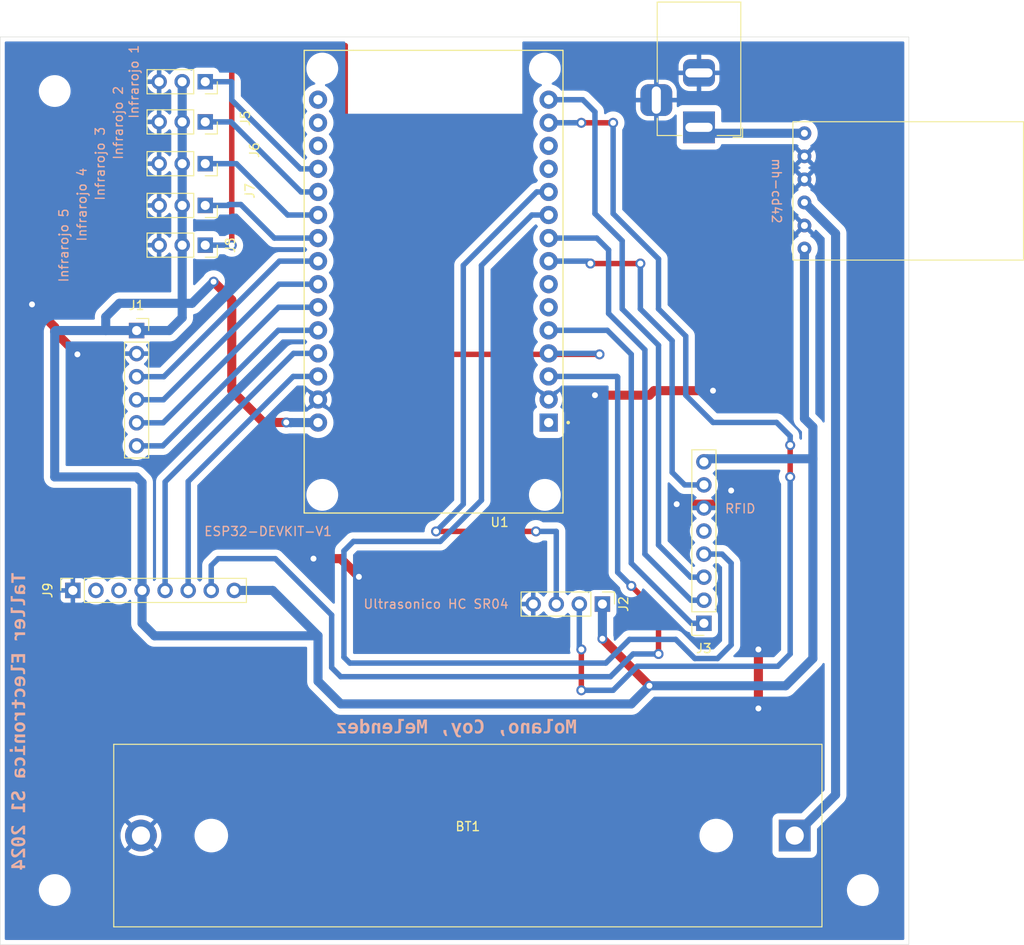
<source format=kicad_pcb>
(kicad_pcb (version 20240108) (generator "pcbnew") (generator_version "8.0")
  (layers (0 "F.Cu" signal) (31 "B.Cu" signal) (34 "B.Paste" user) (35 "F.Paste" user) (36 "B.SilkS" user "B.Silkscreen") (37 "F.SilkS" user "F.Silkscreen") (38 "B.Mask" user) (39 "F.Mask" user) (44 "Edge.Cuts" user))
  (net 0 "")
  (net 1 "GND")
  (net 2 "+BATT")
  (net 3 "+5V")
  (net 4 "/IN2")
  (net 5 "/IN1")
  (net 6 "/IN3")
  (net 7 "/IN4")
  (net 8 "/ECCO")
  (net 9 "/TRIGGER")
  (net 10 "/SDA")
  (net 11 "/RESET")
  (net 13 "/MISO")
  (net 14 "/SCK")
  (net 15 "/MOSI")
  (net 16 "/i PWM 1")
  (net 17 "/i PWM 3")
  (net 18 "/i PWM 2")
  (net 19 "/i PWM 5")
  (net 20 "/i PWM 4")
  (net 22 "/OUT")
  (net 23 "/S2")
  (net 25 "/S3")
  (net 26 "VDC")
  (footprint "Connector_PinSocket_2.54mm:PinSocket_1x03_P2.54mm_Vertical" (layer "F.Cu") (at 91.08 50.4 -90)
    (property "Reference" "J5" (at -0.4 -4.42 90) (layer "F.SilkS"))
    (property "Value" "Infrarojo 2" (at 0.1 9.58 90) (layer "B.SilkS"))
    (fp_line (start -1.33 6.41) (end 1.33 6.41) (stroke (width 0.12)) (layer "F.SilkS"))
    (fp_line (start -1.33 1.27) (end -1.33 6.41) (stroke (width 0.12)) (layer "F.SilkS"))
    (fp_line (start -1.33 1.27) (end 1.33 1.27) (stroke (width 0.12)) (layer "F.SilkS"))
    (fp_line (start 1.33 1.27) (end 1.33 6.41) (stroke (width 0.12)) (layer "F.SilkS"))
    (fp_line (start 0 -1.33) (end 1.33 -1.33) (stroke (width 0.12)) (layer "F.SilkS"))
    (fp_line (start 1.33 -1.33) (end 1.33 0) (stroke (width 0.12)) (layer "F.SilkS"))
    (pad "1" thru_hole rect (at 0 0 270) (size 1.7 1.7) (drill 1) (layers "*.Cu" "*.Mask") (net 17 "/i PWM 3"))
    (pad "2" thru_hole oval (at 0 2.54 270) (size 1.7 1.7) (drill 1) (layers "*.Cu" "*.Mask") (net 3 "+5V"))
    (pad "3" thru_hole oval (at 0 5.08 270) (size 1.7 1.7) (drill 1) (layers "*.Cu" "*.Mask") (net 1 "GND"))
  )
  (footprint "Connector_PinSocket_2.54mm:PinSocket_1x03_P2.54mm_Vertical" (layer "F.Cu") (at 91.08 45.975 -90)
    (property "Reference" "J4" (hide yes))
    (property "Value" "Infrarojo 1" (at 0 7.85 90) (layer "B.SilkS"))
    (fp_line (start -1.33 6.41) (end 1.33 6.41) (stroke (width 0.12)) (layer "F.SilkS"))
    (fp_line (start -1.33 1.27) (end -1.33 6.41) (stroke (width 0.12)) (layer "F.SilkS"))
    (fp_line (start -1.33 1.27) (end 1.33 1.27) (stroke (width 0.12)) (layer "F.SilkS"))
    (fp_line (start 1.33 1.27) (end 1.33 6.41) (stroke (width 0.12)) (layer "F.SilkS"))
    (fp_line (start 0 -1.33) (end 1.33 -1.33) (stroke (width 0.12)) (layer "F.SilkS"))
    (fp_line (start 1.33 -1.33) (end 1.33 0) (stroke (width 0.12)) (layer "F.SilkS"))
    (pad "1" thru_hole rect (at 0 0 270) (size 1.7 1.7) (drill 1) (layers "*.Cu" "*.Mask") (net 16 "/i PWM 1"))
    (pad "2" thru_hole oval (at 0 2.54 270) (size 1.7 1.7) (drill 1) (layers "*.Cu" "*.Mask") (net 3 "+5V"))
    (pad "3" thru_hole oval (at 0 5.08 270) (size 1.7 1.7) (drill 1) (layers "*.Cu" "*.Mask") (net 1 "GND"))
  )
  (footprint "MH-CD42:mh-cd42" (layer "F.Cu") (at 168.5 58 -90)
    (property "Reference" "U2" (hide yes))
    (property "Value" "mh-cd42" (at 0 14.5 -90) (layer "B.SilkS"))
    (fp_rect (start -7.62 -12.7) (end 7.62 12.7) (stroke (width 0.12)) (fill none) (layer "F.SilkS"))
    (pad "1" thru_hole circle (at -6.35 11.43 270) (size 1.524 1.524) (drill 0.762) (layers "*.Cu" "*.Mask") (net 26 "VDC"))
    (pad "2" thru_hole circle (at -3.81 11.43 270) (size 1.524 1.524) (drill 0.762) (layers "*.Cu" "*.Mask") (net 1 "GND"))
    (pad "3" thru_hole circle (at -1.27 11.43 270) (size 1.524 1.524) (drill 0.762) (layers "*.Cu" "*.Mask") (net 1 "GND"))
    (pad "4" thru_hole circle (at 1.27 11.43 270) (size 1.524 1.524) (drill 0.762) (layers "*.Cu" "*.Mask") (net 2 "+BATT"))
    (pad "5" thru_hole circle (at 3.81 11.43 270) (size 1.524 1.524) (drill 0.762) (layers "*.Cu" "*.Mask") (net 1 "GND"))
    (pad "6" thru_hole circle (at 6.35 11.43 270) (size 1.524 1.524) (drill 0.762) (layers "*.Cu" "*.Mask") (net 3 "+5V"))
  )
  (footprint "MountingHole:MountingHole_3mm" (layer "F.Cu") (at 74.5 135)
    (property "Reference" "REF**" (hide yes))
    (property "Value" "MountingHole_3mm" (hide yes))
    (pad "" np_thru_hole circle (at 0 0) (size 3 3) (drill 3) (layers "*.Cu" "*.Mask"))
  )
  (footprint "Connector_PinSocket_2.54mm:PinSocket_1x03_P2.54mm_Vertical" (layer "F.Cu") (at 91.08 55 -90)
    (property "Reference" "J6" (at -1.5 -5.42 90) (layer "F.SilkS"))
    (property "Value" "Infrarojo 3" (at 0 11.58 90) (layer "B.SilkS"))
    (fp_line (start -1.33 6.41) (end 1.33 6.41) (stroke (width 0.12)) (layer "F.SilkS"))
    (fp_line (start -1.33 1.27) (end -1.33 6.41) (stroke (width 0.12)) (layer "F.SilkS"))
    (fp_line (start -1.33 1.27) (end 1.33 1.27) (stroke (width 0.12)) (layer "F.SilkS"))
    (fp_line (start 1.33 1.27) (end 1.33 6.41) (stroke (width 0.12)) (layer "F.SilkS"))
    (fp_line (start 0 -1.33) (end 1.33 -1.33) (stroke (width 0.12)) (layer "F.SilkS"))
    (fp_line (start 1.33 -1.33) (end 1.33 0) (stroke (width 0.12)) (layer "F.SilkS"))
    (pad "1" thru_hole rect (at 0 0 270) (size 1.7 1.7) (drill 1) (layers "*.Cu" "*.Mask") (net 18 "/i PWM 2"))
    (pad "2" thru_hole oval (at 0 2.54 270) (size 1.7 1.7) (drill 1) (layers "*.Cu" "*.Mask") (net 3 "+5V"))
    (pad "3" thru_hole oval (at 0 5.08 270) (size 1.7 1.7) (drill 1) (layers "*.Cu" "*.Mask") (net 1 "GND"))
  )
  (footprint "Connector_PinSocket_2.54mm:PinSocket_1x03_P2.54mm_Vertical" (layer "F.Cu") (at 91.08 59.6 -90)
    (property "Reference" "J7" (at -1.6 -4.92 90) (layer "F.SilkS"))
    (property "Value" "Infrarojo 4" (at -0.1 13.58 90) (layer "B.SilkS"))
    (fp_line (start -1.33 6.41) (end 1.33 6.41) (stroke (width 0.12)) (layer "F.SilkS"))
    (fp_line (start -1.33 1.27) (end -1.33 6.41) (stroke (width 0.12)) (layer "F.SilkS"))
    (fp_line (start -1.33 1.27) (end 1.33 1.27) (stroke (width 0.12)) (layer "F.SilkS"))
    (fp_line (start 1.33 1.27) (end 1.33 6.41) (stroke (width 0.12)) (layer "F.SilkS"))
    (fp_line (start 0 -1.33) (end 1.33 -1.33) (stroke (width 0.12)) (layer "F.SilkS"))
    (fp_line (start 1.33 -1.33) (end 1.33 0) (stroke (width 0.12)) (layer "F.SilkS"))
    (pad "1" thru_hole rect (at 0 0 270) (size 1.7 1.7) (drill 1) (layers "*.Cu" "*.Mask") (net 19 "/i PWM 5"))
    (pad "2" thru_hole oval (at 0 2.54 270) (size 1.7 1.7) (drill 1) (layers "*.Cu" "*.Mask") (net 3 "+5V"))
    (pad "3" thru_hole oval (at 0 5.08 270) (size 1.7 1.7) (drill 1) (layers "*.Cu" "*.Mask") (net 1 "GND"))
  )
  (footprint "Connector_BarrelJack:BarrelJack_Horizontal" (layer "F.Cu") (at 145.4575 51 -90)
    (property "Reference" "J14" (hide yes))
    (property "Value" "Barrel_Jack_Switch")
    (fp_line (start -13.8 4.6) (end -13.8 -4.6) (stroke (width 0.12)) (layer "F.SilkS"))
    (fp_line (start -5 4.6) (end -13.8 4.6) (stroke (width 0.12)) (layer "F.SilkS"))
    (fp_line (start 0.9 4.6) (end -1 4.6) (stroke (width 0.12)) (layer "F.SilkS"))
    (fp_line (start 0.9 1.9) (end 0.9 4.6) (stroke (width 0.12)) (layer "F.SilkS"))
    (fp_line (start 1.1 -3.75) (end 1.1 -4.8) (stroke (width 0.12)) (layer "F.SilkS"))
    (fp_line (start -13.8 -4.6) (end 0.9 -4.6) (stroke (width 0.12)) (layer "F.SilkS"))
    (fp_line (start 0.9 -4.6) (end 0.9 -2) (stroke (width 0.12)) (layer "F.SilkS"))
    (fp_line (start 0.05 -4.8) (end 1.1 -4.8) (stroke (width 0.12)) (layer "F.SilkS"))
    (pad "1" thru_hole rect (at 0 0 270) (size 3.5 3.5) (drill oval 1 3) (layers "*.Cu" "*.Mask") (net 26 "VDC"))
    (pad "2" thru_hole roundrect (at -6 0 270) (size 3 3.5) (drill oval 1 3) (layers "*.Cu" "*.Mask") (net 1 "GND"))
    (pad "3" thru_hole roundrect (at -3 4.7 270) (size 3.5 3.5) (drill oval 3 1) (layers "*.Cu" "*.Mask") (net 1 "GND"))
  )
  (footprint "Connector_PinSocket_2.54mm:PinSocket_1x08_P2.54mm_Vertical" (layer "F.Cu") (at 146 105.62 180)
    (property "Reference" "J3" (at 0 -2.77 180) (layer "F.SilkS"))
    (property "Value" "RFID" (at -4 12.62 180) (layer "B.SilkS"))
    (fp_line (start 1.33 1.27) (end 1.33 19.11) (stroke (width 0.12)) (layer "F.SilkS"))
    (fp_line (start 1.33 -1.33) (end 1.33 0) (stroke (width 0.12)) (layer "F.SilkS"))
    (fp_line (start 0 -1.33) (end 1.33 -1.33) (stroke (width 0.12)) (layer "F.SilkS"))
    (fp_line (start -1.33 19.11) (end 1.33 19.11) (stroke (width 0.12)) (layer "F.SilkS"))
    (fp_line (start -1.33 1.27) (end 1.33 1.27) (stroke (width 0.12)) (layer "F.SilkS"))
    (fp_line (start -1.33 1.27) (end -1.33 19.11) (stroke (width 0.12)) (layer "F.SilkS"))
    (pad "1" thru_hole rect (at 0 0 180) (size 1.7 1.7) (drill 1) (layers "*.Cu" "*.Mask") (net 10 "/SDA"))
    (pad "2" thru_hole oval (at 0 2.54 180) (size 1.7 1.7) (drill 1) (layers "*.Cu" "*.Mask") (net 14 "/SCK"))
    (pad "3" thru_hole oval (at 0 5.08 180) (size 1.7 1.7) (drill 1) (layers "*.Cu" "*.Mask") (net 15 "/MOSI"))
    (pad "4" thru_hole oval (at 0 7.62 180) (size 1.7 1.7) (drill 1) (layers "*.Cu" "*.Mask") (net 13 "/MISO"))
    (pad "5" thru_hole oval (at 0 10.16 180) (size 1.7 1.7) (drill 1) (layers "*.Cu" "*.Mask"))
    (pad "6" thru_hole oval (at 0 12.7 180) (size 1.7 1.7) (drill 1) (layers "*.Cu" "*.Mask") (net 1 "GND"))
    (pad "7" thru_hole oval (at 0 15.24 180) (size 1.7 1.7) (drill 1) (layers "*.Cu" "*.Mask") (net 11 "/RESET"))
    (pad "8" thru_hole oval (at 0 17.78 180) (size 1.7 1.7) (drill 1) (layers "*.Cu" "*.Mask") (net 3 "+5V"))
  )
  (footprint "Connector_PinHeader_2.54mm:PinHeader_1x04_P2.54mm_Vertical" (layer "F.Cu") (at 134.82 103.5 -90)
    (property "Reference" "J2" (at 0 -2.33 90) (layer "F.SilkS"))
    (property "Value" "Ultrasonico HC SR04" (at 0 18.32 180) (layer "B.SilkS"))
    (fp_line (start -1.33 8.95) (end 1.33 8.95) (stroke (width 0.12)) (layer "F.SilkS"))
    (fp_line (start -1.33 1.27) (end -1.33 8.95) (stroke (width 0.12)) (layer "F.SilkS"))
    (fp_line (start -1.33 1.27) (end 1.33 1.27) (stroke (width 0.12)) (layer "F.SilkS"))
    (fp_line (start 1.33 1.27) (end 1.33 8.95) (stroke (width 0.12)) (layer "F.SilkS"))
    (fp_line (start -1.33 0) (end -1.33 -1.33) (stroke (width 0.12)) (layer "F.SilkS"))
    (fp_line (start -1.33 -1.33) (end 0 -1.33) (stroke (width 0.12)) (layer "F.SilkS"))
    (pad "1" thru_hole rect (at 0 0 270) (size 1.7 1.7) (drill 1) (layers "*.Cu" "*.Mask") (net 3 "+5V"))
    (pad "2" thru_hole oval (at 0 2.54 270) (size 1.7 1.7) (drill 1) (layers "*.Cu" "*.Mask") (net 9 "/TRIGGER"))
    (pad "3" thru_hole oval (at 0 5.08 270) (size 1.7 1.7) (drill 1) (layers "*.Cu" "*.Mask") (net 8 "/ECCO"))
    (pad "4" thru_hole oval (at 0 7.62 270) (size 1.7 1.7) (drill 1) (layers "*.Cu" "*.Mask") (net 1 "GND"))
  )
  (footprint "Connector_PinSocket_2.54mm:PinSocket_1x03_P2.54mm_Vertical" (layer "F.Cu") (at 91.08 63.975 -90)
    (property "Reference" "J8" (at 0 -2.77 90) (layer "F.SilkS"))
    (property "Value" "Infrarojo 5" (at 0.025 15.58 90) (layer "B.SilkS"))
    (fp_line (start -1.33 6.41) (end 1.33 6.41) (stroke (width 0.12)) (layer "F.SilkS"))
    (fp_line (start -1.33 1.27) (end -1.33 6.41) (stroke (width 0.12)) (layer "F.SilkS"))
    (fp_line (start -1.33 1.27) (end 1.33 1.27) (stroke (width 0.12)) (layer "F.SilkS"))
    (fp_line (start 1.33 1.27) (end 1.33 6.41) (stroke (width 0.12)) (layer "F.SilkS"))
    (fp_line (start 0 -1.33) (end 1.33 -1.33) (stroke (width 0.12)) (layer "F.SilkS"))
    (fp_line (start 1.33 -1.33) (end 1.33 0) (stroke (width 0.12)) (layer "F.SilkS"))
    (pad "1" thru_hole rect (at 0 0 270) (size 1.7 1.7) (drill 1) (layers "*.Cu" "*.Mask") (net 20 "/i PWM 4"))
    (pad "2" thru_hole oval (at 0 2.54 270) (size 1.7 1.7) (drill 1) (layers "*.Cu" "*.Mask") (net 3 "+5V"))
    (pad "3" thru_hole oval (at 0 5.08 270) (size 1.7 1.7) (drill 1) (layers "*.Cu" "*.Mask") (net 1 "GND"))
  )
  (footprint "ESP32 Wroom:MODULE_ESP32_DEVKIT_V1" (layer "F.Cu") (at 116.2 68 180)
    (property "Reference" "U1" (at -7.3 -26.5 180) (layer "F.SilkS"))
    (property "Value" "ESP32-DEVKIT-V1" (at 18.2 -27.5 180) (layer "B.SilkS"))
    (fp_line (start 14.23 25.475) (end -14.28 25.475) (stroke (width 0.127)) (layer "F.SilkS"))
    (fp_line (start 14.23 -25.475) (end 14.23 25.475) (stroke (width 0.127)) (layer "F.SilkS"))
    (fp_line (start 14.23 -25.475) (end 14.23 25.475) (stroke (width 0.127)) (layer "F.SilkS"))
    (fp_line (start 8.78 25.475) (end 14.23 25.475) (stroke (width 0.127)) (layer "F.SilkS"))
    (fp_line (start 3.5 -25.475) (end 14.23 -25.475) (stroke (width 0.127)) (layer "F.SilkS"))
    (fp_line (start -3.211 -25.475) (end 3.5 -25.475) (stroke (width 0.127)) (layer "F.SilkS"))
    (fp_line (start -8.91 25.475) (end 8.78 25.475) (stroke (width 0.127)) (layer "F.SilkS"))
    (fp_line (start -14.28 25.475) (end -8.91 25.475) (stroke (width 0.127)) (layer "F.SilkS"))
    (fp_line (start -14.28 25.475) (end -14.28 -25.475) (stroke (width 0.127)) (layer "F.SilkS"))
    (fp_line (start -14.28 25.475) (end -14.28 -25.475) (stroke (width 0.127)) (layer "F.SilkS"))
    (fp_line (start -14.28 -25.475) (end 14.23 -25.475) (stroke (width 0.127)) (layer "F.SilkS"))
    (fp_line (start -14.28 -25.475) (end -3.211 -25.475) (stroke (width 0.127)) (layer "F.SilkS"))
    (fp_circle (center -14.85 -15.515) (end -14.75 -15.515) (stroke (width 0.2)) (fill none) (layer "F.SilkS"))
    (pad "" np_thru_hole circle (at -12.28 -23.475 180) (size 3 3) (drill 3) (layers "*.Cu" "*.Mask"))
    (pad "" np_thru_hole circle (at -12.28 23.475 180) (size 3 3) (drill 3) (layers "*.Cu" "*.Mask"))
    (pad "" np_thru_hole circle (at 12.23 -23.475 180) (size 3 3) (drill 3) (layers "*.Cu" "*.Mask"))
    (pad "" np_thru_hole circle (at 12.23 23.475 180) (size 3 3) (drill 3) (layers "*.Cu" "*.Mask"))
    (pad "1" thru_hole rect (at -12.7 -15.515 180) (size 2 2) (drill 1.02) (layers "*.Cu" "*.Mask"))
    (pad "2" thru_hole circle (at -12.7 -12.975 180) (size 2 2) (drill 1.02) (layers "*.Cu" "*.Mask") (net 1 "GND"))
    (pad "3" thru_hole circle (at -12.7 -10.435 180) (size 2 2) (drill 1.02) (layers "*.Cu" "*.Mask") (net 22 "/OUT"))
    (pad "4" thru_hole circle (at -12.7 -7.895 180) (size 2 2) (drill 1.02) (layers "*.Cu" "*.Mask") (net 20 "/i PWM 4"))
    (pad "5" thru_hole circle (at -12.7 -5.355 180) (size 2 2) (drill 1.02) (layers "*.Cu" "*.Mask") (net 10 "/SDA"))
    (pad "6" thru_hole circle (at -12.7 -2.815 180) (size 2 2) (drill 1.02) (layers "*.Cu" "*.Mask"))
    (pad "7" thru_hole circle (at -12.7 -0.275 180) (size 2 2) (drill 1.02) (layers "*.Cu" "*.Mask"))
    (pad "8" thru_hole circle (at -12.7 2.265 180) (size 2 2) (drill 1.02) (layers "*.Cu" "*.Mask") (net 11 "/RESET"))
    (pad "9" thru_hole circle (at -12.7 4.805 180) (size 2 2) (drill 1.02) (layers "*.Cu" "*.Mask") (net 14 "/SCK"))
    (pad "10" thru_hole circle (at -12.7 7.345 180) (size 2 2) (drill 1.02) (layers "*.Cu" "*.Mask") (net 13 "/MISO"))
    (pad "11" thru_hole circle (at -12.7 9.885 180) (size 2 2) (drill 1.02) (layers "*.Cu" "*.Mask") (net 8 "/ECCO"))
    (pad "12" thru_hole circle (at -12.7 12.425 180) (size 2 2) (drill 1.02) (layers "*.Cu" "*.Mask"))
    (pad "13" thru_hole circle (at -12.7 14.965 180) (size 2 2) (drill 1.02) (layers "*.Cu" "*.Mask"))
    (pad "14" thru_hole circle (at -12.7 17.505 180) (size 2 2) (drill 1.02) (layers "*.Cu" "*.Mask") (net 9 "/TRIGGER"))
    (pad "15" thru_hole circle (at -12.7 20.045 180) (size 2 2) (drill 1.02) (layers "*.Cu" "*.Mask") (net 15 "/MOSI"))
    (pad "16" thru_hole circle (at 12.7 20.045 180) (size 2 2) (drill 1.02) (layers "*.Cu" "*.Mask"))
    (pad "17" thru_hole circle (at 12.7 17.505 180) (size 2 2) (drill 1.02) (layers "*.Cu" "*.Mask"))
    (pad "18" thru_hole circle (at 12.7 14.965 180) (size 2 2) (drill 1.02) (layers "*.Cu" "*.Mask"))
    (pad "19" thru_hole circle (at 12.7 12.425 180) (size 2 2) (drill 1.02) (layers "*.Cu" "*.Mask") (net 16 "/i PWM 1"))
    (pad "20" thru_hole circle (at 12.7 9.885 180) (size 2 2) (drill 1.02) (layers "*.Cu" "*.Mask") (net 17 "/i PWM 3"))
    (pad "21" thru_hole circle (at 12.7 7.345 180) (size 2 2) (drill 1.02) (layers "*.Cu" "*.Mask") (net 18 "/i PWM 2"))
    (pad "22" thru_hole circle (at 12.7 4.805 180) (size 2 2) (drill 1.02) (layers "*.Cu" "*.Mask") (net 19 "/i PWM 5"))
    (pad "23" thru_hole circle (at 12.7 2.265 180) (size 2 2) (drill 1.02) (layers "*.Cu" "*.Mask") (net 5 "/IN1"))
    (pad "24" thru_hole circle (at 12.7 -0.275 180) (size 2 2) (drill 1.02) (layers "*.Cu" "*.Mask") (net 4 "/IN2"))
    (pad "25" thru_hole circle (at 12.7 -2.815 180) (size 2 2) (drill 1.02) (layers "*.Cu" "*.Mask") (net 6 "/IN3"))
    (pad "26" thru_hole circle (at 12.7 -5.355 180) (size 2 2) (drill 1.02) (layers "*.Cu" "*.Mask") (net 7 "/IN4"))
    (pad "27" thru_hole circle (at 12.7 -7.895 180) (size 2 2) (drill 1.02) (layers "*.Cu" "*.Mask") (net 25 "/S3"))
    (pad "28" thru_hole circle (at 12.7 -10.435 180) (size 2 2) (drill 1.02) (layers "*.Cu" "*.Mask") (net 23 "/S2"))
    (pad "29" thru_hole circle (at 12.7 -12.975 180) (size 2 2) (drill 1.02) (layers "*.Cu" "*.Mask") (net 1 "GND"))
    (pad "30" thru_hole circle (at 12.7 -15.515 180) (size 2 2) (drill 1.02) (layers "*.Cu" "*.Mask") (net 3 "+5V"))
    (zone (net 0) (net_name "") (layer "B.Cu") (connect_pads (clearance 0)) (min_thickness 0.01)
      (keepout (tracks not_allowed) (vias not_allowed) (pads not_allowed) (copperpour not_allowed) (footprints allowed))
      (fill (thermal_gap 0.508) (thermal_bridge_width 0.508))
      (polygon (pts (xy 125.11 49.015) (xy 107.42 49.015) (xy 107.42 42.525) (xy 125.11 42.525)))
    )
  )
  (footprint "Battery:BatteryHolder_MPD_BH-18650-PC2" (layer "F.Cu") (at 156 129 180)
    (property "Reference" "BT1" (at 36 1 180) (layer "F.SilkS"))
    (property "Value" "Battery")
    (fp_line (start 75 10.05) (end -3 10.05) (stroke (width 0.12)) (layer "F.SilkS"))
    (fp_line (start 75 -10.05) (end 75 10.05) (stroke (width 0.12)) (layer "F.SilkS"))
    (fp_line (start -3 10.05) (end -3 -10.05) (stroke (width 0.12)) (layer "F.SilkS"))
    (fp_line (start -3 -10.05) (end 75 -10.05) (stroke (width 0.12)) (layer "F.SilkS"))
    (pad "" np_thru_hole circle (at 8.645 0 180) (size 3.2 3.2) (drill 3.2) (layers "*.Cu" "*.Mask"))
    (pad "" np_thru_hole circle (at 64.255 0 180) (size 3.2 3.2) (drill 3.2) (layers "*.Cu" "*.Mask"))
    (pad "1" thru_hole rect (at 0 0 180) (size 3.5 3.5) (drill 2) (layers "*.Cu" "*.Mask") (net 2 "+BATT"))
    (pad "2" thru_hole circle (at 72 0 180) (size 3.5 3.5) (drill 2) (layers "*.Cu" "*.Mask") (net 1 "GND"))
  )
  (footprint "MountingHole:MountingHole_3mm" (layer "F.Cu") (at 74.5 47)
    (property "Reference" "Organizebot" (hide yes))
    (property "Value" "MountingHole_3mm" (hide yes))
    (pad "" np_thru_hole circle (at 0 0) (size 3 3) (drill 3) (layers "*.Cu" "*.Mask"))
  )
  (footprint "MountingHole:MountingHole_3mm" (layer "F.Cu") (at 163.5 135)
    (property "Reference" "REF**" (hide yes))
    (property "Value" "MountingHole_3mm" (hide yes))
    (pad "" np_thru_hole circle (at 0 0) (size 3 3) (drill 3) (layers "*.Cu" "*.Mask"))
  )
  (footprint "Connector_PinSocket_2.54mm:PinSocket_1x08_P2.54mm_Vertical" (layer "F.Cu") (at 76.5 102 90)
    (property "Reference" "J9" (at 0 -2.77 -90) (layer "F.SilkS"))
    (property "Value" "COLOR TCS230")
    (fp_line (start 1.33 -1.33) (end 1.33 0) (stroke (width 0.12)) (layer "F.SilkS"))
    (fp_line (start 0 -1.33) (end 1.33 -1.33) (stroke (width 0.12)) (layer "F.SilkS"))
    (fp_line (start 1.33 1.27) (end 1.33 19.11) (stroke (width 0.12)) (layer "F.SilkS"))
    (fp_line (start -1.33 1.27) (end 1.33 1.27) (stroke (width 0.12)) (layer "F.SilkS"))
    (fp_line (start -1.33 1.27) (end -1.33 19.11) (stroke (width 0.12)) (layer "F.SilkS"))
    (fp_line (start -1.33 19.11) (end 1.33 19.11) (stroke (width 0.12)) (layer "F.SilkS"))
    (pad "1" thru_hole rect (at 0 0 90) (size 1.7 1.7) (drill 1) (layers "*.Cu" "*.Mask") (net 1 "GND"))
    (pad "2" thru_hole oval (at 0 2.54 90) (size 1.7 1.7) (drill 1) (layers "*.Cu" "*.Mask"))
    (pad "3" thru_hole oval (at 0 5.08 90) (size 1.7 1.7) (drill 1) (layers "*.Cu" "*.Mask"))
    (pad "4" thru_hole oval (at 0 7.62 90) (size 1.7 1.7) (drill 1) (layers "*.Cu" "*.Mask") (net 3 "+5V"))
    (pad "5" thru_hole oval (at 0 10.16 90) (size 1.7 1.7) (drill 1) (layers "*.Cu" "*.Mask") (net 25 "/S3"))
    (pad "6" thru_hole oval (at 0 12.7 90) (size 1.7 1.7) (drill 1) (layers "*.Cu" "*.Mask") (net 23 "/S2"))
    (pad "7" thru_hole oval (at 0 15.24 90) (size 1.7 1.7) (drill 1) (layers "*.Cu" "*.Mask") (net 22 "/OUT"))
    (pad "8" thru_hole oval (at 0 17.78 90) (size 1.7 1.7) (drill 1) (layers "*.Cu" "*.Mask") (net 3 "+5V"))
  )
  (footprint "Connector_PinSocket_2.54mm:PinSocket_1x06_P2.54mm_Vertical" (layer "F.Cu") (at 83.52 73.38)
    (property "Reference" "J1" (at 0 -2.77 0) (layer "F.SilkS"))
    (property "Value" "Control Motor" (hide yes))
    (fp_line (start -1.33 1.27) (end -1.33 14.03) (stroke (width 0.12)) (layer "F.SilkS"))
    (fp_line (start -1.33 1.27) (end 1.33 1.27) (stroke (width 0.12)) (layer "F.SilkS"))
    (fp_line (start -1.33 14.03) (end 1.33 14.03) (stroke (width 0.12)) (layer "F.SilkS"))
    (fp_line (start 0 -1.33) (end 1.33 -1.33) (stroke (width 0.12)) (layer "F.SilkS"))
    (fp_line (start 1.33 -1.33) (end 1.33 0) (stroke (width 0.12)) (layer "F.SilkS"))
    (fp_line (start 1.33 1.27) (end 1.33 14.03) (stroke (width 0.12)) (layer "F.SilkS"))
    (pad "1" thru_hole rect (at 0 0) (size 1.7 1.7) (drill 1) (layers "*.Cu" "*.Mask") (net 3 "+5V"))
    (pad "2" thru_hole oval (at 0 2.54) (size 1.7 1.7) (drill 1) (layers "*.Cu" "*.Mask") (net 1 "GND"))
    (pad "3" thru_hole oval (at 0 5.08) (size 1.7 1.7) (drill 1) (layers "*.Cu" "*.Mask") (net 5 "/IN1"))
    (pad "4" thru_hole oval (at 0 7.62) (size 1.7 1.7) (drill 1) (layers "*.Cu" "*.Mask") (net 4 "/IN2"))
    (pad "5" thru_hole oval (at 0 10.16) (size 1.7 1.7) (drill 1) (layers "*.Cu" "*.Mask") (net 6 "/IN3"))
    (pad "6" thru_hole oval (at 0 12.7) (size 1.7 1.7) (drill 1) (layers "*.Cu" "*.Mask") (net 7 "/IN4"))
  )
  (gr_rect (start 68.5 41.0425) (end 168.57 141) (stroke (width 0.05)) (fill none) (layer "Edge.Cuts"))
  (gr_text "Molano, Coy, Melendez" (at 132 118 0) (layer "B.SilkS") (effects (font (size 1.5 1.5) (thickness 0.3) (bold yes)) (justify left bottom mirror)))
  (gr_text "Taller Electronica S1 2024" (at 71.5 100 90) (layer "B.SilkS") (effects (font (size 1.5 1.5) (thickness 0.3) (bold yes)) (justify left bottom mirror)))
  (segment (start 74.5 73.5) (end 74.5 73) (width 1) (layer "F.Cu") (net 1))
  (segment (start 149 91) (end 147.5 92.5) (width 1) (layer "F.Cu") (net 1))
  (segment (start 108 100.5) (end 106 98.5) (width 1) (layer "F.Cu") (net 1))
  (segment (start 140.5 80) (end 140 80.5) (width 1) (layer "F.Cu") (net 1))
  (segment (start 77 76) (end 74.5 73.5) (width 1) (layer "F.Cu") (net 1))
  (segment (start 74.5 73) (end 72 70.5) (width 1) (layer "F.Cu") (net 1))
  (segment (start 140 80.5) (end 134 80.5) (width 1) (layer "F.Cu") (net 1))
  (segment (start 152 108.5) (end 152 115) (width 1) (layer "F.Cu") (net 1))
  (segment (start 106 98.5) (end 103 98.5) (width 1) (layer "F.Cu") (net 1))
  (segment (start 147 80) (end 140.5 80) (width 1) (layer "F.Cu") (net 1))
  (segment (start 147.5 92.5) (end 143 92.5) (width 1) (layer "F.Cu") (net 1))
  (via (at 143 92.5) (size 1.1) (drill 0.65) (layers "F.Cu" "B.Cu") (net 1))
  (via (at 103 98.5) (size 1.1) (drill 0.65) (layers "F.Cu" "B.Cu") (net 1))
  (via (at 134 80.5) (size 1.1) (drill 0.65) (layers "F.Cu" "B.Cu") (net 1))
  (via (at 72 70.5) (size 1.1) (drill 0.65) (layers "F.Cu" "B.Cu") (net 1))
  (via (at 108 100.5) (size 1.1) (drill 0.65) (layers "F.Cu" "B.Cu") (net 1))
  (via (at 77 76) (size 1.1) (drill 0.65) (layers "F.Cu" "B.Cu") (net 1))
  (via (at 152 115) (size 1.1) (drill 0.65) (layers "F.Cu" "B.Cu") (net 1))
  (via (at 147 80) (size 1.1) (drill 0.65) (layers "F.Cu" "B.Cu") (net 1))
  (via (at 149 91) (size 1.1) (drill 0.65) (layers "F.Cu" "B.Cu") (net 1))
  (via (at 152 108.5) (size 1.1) (drill 0.65) (layers "F.Cu" "B.Cu") (net 1))
  (segment (start 160.5 124.5) (end 156 129) (width 1) (layer "B.Cu") (net 2))
  (segment (start 157.07 59.27) (end 160.5 62.7) (width 1) (layer "B.Cu") (net 2))
  (segment (start 160.5 62.7) (end 160.5 124.5) (width 1) (layer "B.Cu") (net 2))
  (segment (start 94 70) (end 92 68) (width 1) (layer "F.Cu") (net 3))
  (segment (start 97.5 83.5) (end 94 80) (width 1) (layer "F.Cu") (net 3))
  (segment (start 100 83.5) (end 97.5 83.5) (width 1) (layer "F.Cu") (net 3))
  (segment (start 94 80) (end 94 70) (width 1) (layer "F.Cu") (net 3))
  (segment (start 140 112.5) (end 134.82 107.32) (width 1) (layer "F.Cu") (net 3))
  (via (at 134.82 107.32) (size 1.1) (drill 0.65) (layers "F.Cu" "B.Cu") (net 3))
  (via (at 92 68) (size 1.1) (drill 0.65) (layers "F.Cu" "B.Cu") (net 3))
  (via (at 140 112.5) (size 1.1) (drill 0.65) (layers "F.Cu" "B.Cu") (net 3))
  (via (at 100 83.5) (size 1.1) (drill 0.65) (layers "F.Cu" "B.Cu") (net 3))
  (segment (start 88.54 50.4) (end 88.54 45.975) (width 1) (layer "B.Cu") (net 3))
  (segment (start 98.5 102) (end 94.28 102) (width 1) (layer "B.Cu") (net 3))
  (segment (start 85.5 107) (end 103.5 107) (width 1) (layer "B.Cu") (net 3))
  (segment (start 103.5 83.515) (end 100.53 83.515) (width 1) (layer "B.Cu") (net 3))
  (segment (start 103.5 112) (end 103.5 107) (width 1) (layer "B.Cu") (net 3))
  (segment (start 74.5 73.5) (end 74.62 73.38) (width 1) (layer "B.Cu") (net 3))
  (segment (start 88.54 59.6) (end 88.54 55) (width 1) (layer "B.Cu") (net 3))
  (segment (start 80.12 73.38) (end 83.52 73.38) (width 1) (layer "B.Cu") (net 3))
  (segment (start 84.12 105.62) (end 85.5 107) (width 1) (layer "B.Cu") (net 3))
  (segment (start 106 114.5) (end 103.5 112) (width 1) (layer "B.Cu") (net 3))
  (segment (start 100 83.5) (end 100.5 83.515) (width 1) (layer "B.Cu") (net 3))
  (segment (start 158 109.5) (end 155 112.5) (width 1) (layer "B.Cu") (net 3))
  (segment (start 84.12 102) (end 84.12 90.12) (width 1) (layer "B.Cu") (net 3))
  (segment (start 157.07 83.07) (end 158 84) (width 1) (layer "B.Cu") (net 3))
  (segment (start 158 87.5) (end 158 109.5) (width 1) (layer "B.Cu") (net 3))
  (segment (start 88.42 70.38) (end 88.54 70.5) (width 1) (layer "B.Cu") (net 3))
  (segment (start 88.42 70.38) (end 89.62 70.38) (width 1) (layer "B.Cu") (net 3))
  (segment (start 88.54 71.96) (end 87.12 73.38) (width 1) (layer "B.Cu") (net 3))
  (segment (start 146.34 87.5) (end 146 87.84) (width 1) (layer "B.Cu") (net 3))
  (segment (start 155 112.5) (end 140 112.5) (width 1) (layer "B.Cu") (net 3))
  (segment (start 138 114.5) (end 106 114.5) (width 1) (layer "B.Cu") (net 3))
  (segment (start 74.5 89.5) (end 74.5 73.5) (width 1) (layer "B.Cu") (net 3))
  (segment (start 100.53 83.515) (end 100 83.5) (width 1) (layer "B.Cu") (net 3))
  (segment (start 140 112.5) (end 138 114.5) (width 1) (layer "B.Cu") (net 3))
  (segment (start 158 84) (end 158 87.5) (width 1) (layer "B.Cu") (net 3))
  (segment (start 134.82 103.5) (end 134.82 107.32) (width 1) (layer "B.Cu") (net 3))
  (segment (start 74.62 73.38) (end 80.12 73.38) (width 1) (layer "B.Cu") (net 3))
  (segment (start 89.62 70.38) (end 92 68) (width 1) (layer "B.Cu") (net 3))
  (segment (start 81.62 70.38) (end 88.42 70.38) (width 1) (layer "B.Cu") (net 3))
  (segment (start 100.5 83.515) (end 100.515 83.515) (width 1) (layer "B.Cu") (net 3))
  (segment (start 80.12 73.38) (end 80.12 71.88) (width 1) (layer "B.Cu") (net 3))
  (segment (start 83.5 89.5) (end 74.5 89.5) (width 1) (layer "B.Cu") (net 3))
  (segment (start 157.07 64.35) (end 157.07 83.07) (width 1) (layer "B.Cu") (net 3))
  (segment (start 103.5 107) (end 98.5 102) (width 1) (layer "B.Cu") (net 3))
  (segment (start 88.54 70.5) (end 88.54 71.96) (width 1) (layer "B.Cu") (net 3))
  (segment (start 88.54 63.975) (end 88.54 59.6) (width 1) (layer "B.Cu") (net 3))
  (segment (start 88.54 63.975) (end 88.54 70.5) (width 1) (layer "B.Cu") (net 3))
  (segment (start 84.12 90.12) (end 83.5 89.5) (width 1) (layer "B.Cu") (net 3))
  (segment (start 84.12 102) (end 84.12 105.62) (width 1) (layer "B.Cu") (net 3))
  (segment (start 88.54 55) (end 88.54 50.4) (width 1) (layer "B.Cu") (net 3))
  (segment (start 87.12 73.38) (end 83.52 73.38) (width 1) (layer "B.Cu") (net 3))
  (segment (start 158 87.5) (end 146.34 87.5) (width 1) (layer "B.Cu") (net 3))
  (segment (start 80.12 71.88) (end 81.62 70.38) (width 1) (layer "B.Cu") (net 3))
  (segment (start 86.48 81) (end 83.52 81) (width 0.6) (layer "B.Cu") (net 4))
  (segment (start 103.5 68.275) (end 99.205 68.275) (width 0.6) (layer "B.Cu") (net 4))
  (segment (start 99.205 68.275) (end 86.48 81) (width 0.6) (layer "B.Cu") (net 4))
  (segment (start 103.5 65.735) (end 99.245 65.735) (width 0.6) (layer "B.Cu") (net 5))
  (segment (start 99.245 65.735) (end 86.52 78.46) (width 0.6) (layer "B.Cu") (net 5))
  (segment (start 86.52 78.46) (end 83.52 78.46) (width 0.6) (layer "B.Cu") (net 5))
  (segment (start 103.5 70.815) (end 99.165 70.815) (width 0.6) (layer "B.Cu") (net 6))
  (segment (start 99.165 70.815) (end 86.44 83.54) (width 0.6) (layer "B.Cu") (net 6))
  (segment (start 86.44 83.54) (end 83.52 83.54) (width 0.6) (layer "B.Cu") (net 6))
  (segment (start 99.125 73.355) (end 86.4 86.08) (width 0.6) (layer "B.Cu") (net 7))
  (segment (start 103.5 73.355) (end 99.125 73.355) (width 0.6) (layer "B.Cu") (net 7))
  (segment (start 86.4 86.08) (end 83.52 86.08) (width 0.6) (layer "B.Cu") (net 7))
  (segment (start 127.5 95.5) (end 116.5 95.5) (width 0.6) (layer "F.Cu") (net 8))
  (via (at 127.5 95.5) (size 1.1) (drill 0.65) (layers "F.Cu" "B.Cu") (net 8))
  (via (at 116.5 95.5) (size 1.1) (drill 0.65) (layers "F.Cu" "B.Cu") (net 8))
  (segment (start 129.74 103.5) (end 129.74 95.5) (width 0.6) (layer "B.Cu") (net 8))
  (segment (start 119.5 66.2) (end 127.585 58.115) (width 0.6) (layer "B.Cu") (net 8))
  (segment (start 127.5 95.5) (end 127.76 95.5) (width 0.6) (layer "B.Cu") (net 8))
  (segment (start 127.585 58.115) (end 128.9 58.115) (width 0.6) (layer "B.Cu") (net 8))
  (segment (start 119.5 92.5) (end 119.5 66.2) (width 0.6) (layer "B.Cu") (net 8))
  (segment (start 129.74 95.5) (end 127.5 95.5) (width 0.6) (layer "B.Cu") (net 8))
  (segment (start 116.5 95.5) (end 119.5 92.5) (width 0.6) (layer "B.Cu") (net 8))
  (segment (start 136 50.5) (end 132.5 50.5) (width 0.6) (layer "F.Cu") (net 9))
  (segment (start 132.5 113) (end 132.5 108.5) (width 0.6) (layer "F.Cu") (net 9))
  (segment (start 155.5 89.5) (end 155.5 86) (width 0.6) (layer "F.Cu") (net 9))
  (via (at 155.5 89.5) (size 1.1) (drill 0.65) (layers "F.Cu" "B.Cu") (net 9))
  (via (at 136 50.5) (size 1.1) (drill 0.65) (layers "F.Cu" "B.Cu") (net 9))
  (via (at 132.5 50.5) (size 1.1) (drill 0.65) (layers "F.Cu" "B.Cu") (net 9))
  (via (at 155.5 86) (size 1.1) (drill 0.65) (layers "F.Cu" "B.Cu") (net 9))
  (via (at 132.5 113) (size 1.1) (drill 0.65) (layers "F.Cu" "B.Cu") (net 9))
  (via (at 132.5 108.5) (size 1.1) (drill 0.65) (layers "F.Cu" "B.Cu") (net 9))
  (segment (start 147 83.5) (end 144 80.5) (width 0.6) (layer "B.Cu") (net 9))
  (segment (start 132.19 50.495) (end 132.5 50.5) (width 0.6) (layer "B.Cu") (net 9))
  (segment (start 132.5 113) (end 136 113) (width 0.6) (layer "B.Cu") (net 9))
  (segment (start 132.5 108.5) (end 132.28 108.42) (width 0.6) (layer "B.Cu") (net 9))
  (segment (start 128.9 50.495) (end 131.195 50.495) (width 0.6) (layer "B.Cu") (net 9))
  (segment (start 141 71) (end 141 65.5) (width 0.6) (layer "B.Cu") (net 9))
  (segment (start 154.146 110.354) (end 138.646 110.354) (width 0.6) (layer "B.Cu") (net 9))
  (segment (start 141 65.5) (end 136 60.5) (width 0.6) (layer "B.Cu") (net 9))
  (segment (start 132.2 50.495) (end 132.195 50.495) (width 0.6) (layer "B.Cu") (net 9))
  (segment (start 155.5 109) (end 155.5 89.5) (width 0.6) (layer "B.Cu") (net 9))
  (segment (start 132.28 108.28) (end 132.5 108.5) (width 0.6) (layer "B.Cu") (net 9))
  (segment (start 154.146 110.354) (end 155.5 109) (width 0.6) (layer "B.Cu") (net 9))
  (segment (start 155.5 86) (end 155.5 85) (width 0.6) (layer "B.Cu") (net 9))
  (segment (start 132.5 50.5) (end 132.2 50.495) (width 0.6) (layer "B.Cu") (net 9))
  (segment (start 155.5 85) (end 154 83.5) (width 0.6) (layer "B.Cu") (net 9))
  (segment (start 136 113) (end 138.646 110.354) (width 0.6) (layer "B.Cu") (net 9))
  (segment (start 144 74) (end 141 71) (width 0.6) (layer "B.Cu") (net 9))
  (segment (start 131.195 50.495) (end 131.695 50.495) (width 0.6) (layer "B.Cu") (net 9))
  (segment (start 144 80.5) (end 144 74) (width 0.6) (layer "B.Cu") (net 9))
  (segment (start 131.695 50.495) (end 132.19 50.495) (width 0.6) (layer "B.Cu") (net 9))
  (segment (start 154 83.5) (end 147 83.5) (width 0.6) (layer "B.Cu") (net 9))
  (segment (start 136 60.5) (end 136 50.5) (width 0.6) (layer "B.Cu") (net 9))
  (segment (start 132.28 103.5) (end 132.28 108.28) (width 0.6) (layer "B.Cu") (net 9))
  (segment (start 135.355 73.355) (end 128.9 73.355) (width 0.6) (layer "B.Cu") (net 10))
  (segment (start 144.62 105.62) (end 138 99) (width 0.6) (layer "B.Cu") (net 10))
  (segment (start 138 76) (end 135.355 73.355) (width 0.6) (layer "B.Cu") (net 10))
  (segment (start 146 105.62) (end 144.62 105.62) (width 0.6) (layer "B.Cu") (net 10))
  (segment (start 138 99) (end 138 76) (width 0.6) (layer "B.Cu") (net 10))
  (segment (start 139 66) (end 133.5 66) (width 0.6) (layer "F.Cu") (net 11))
  (via (at 139 66) (size 1.1) (drill 0.65) (layers "F.Cu" "B.Cu") (net 11))
  (via (at 133.5 66) (size 1.1) (drill 0.65) (layers "F.Cu" "B.Cu") (net 11))
  (segment (start 139 71) (end 139 66) (width 0.6) (layer "B.Cu") (net 11))
  (segment (start 133.5 66) (end 133.235 65.735) (width 0.6) (layer "B.Cu") (net 11))
  (segment (start 143.88 90.38) (end 146 90.38) (width 0.6) (layer "B.Cu") (net 11))
  (segment (start 133.235 65.735) (end 128.9 65.735) (width 0.6) (layer "B.Cu") (net 11))
  (segment (start 142.5 74.5) (end 139 71) (width 0.6) (layer "B.Cu") (net 11))
  (segment (start 142.5 89) (end 142.5 74.5) (width 0.6) (layer "B.Cu") (net 11))
  (segment (start 142.5 89) (end 143.88 90.38) (width 0.6) (layer "B.Cu") (net 11))
  (segment (start 128.9 60.655) (end 127.045 60.655) (width 0.6) (layer "B.Cu") (net 13))
  (segment (start 142.896 107.396) (end 145 109.5) (width 0.6) (layer "B.Cu") (net 13))
  (segment (start 106.354 97.646) (end 106.354 109.354) (width 0.6) (layer "B.Cu") (net 13))
  (segment (start 121.5 66.2) (end 121.5 92.061292) (width 0.6) (layer "B.Cu") (net 13))
  (segment (start 107 110) (end 135.2 110) (width 0.6) (layer "B.Cu") (net 13))
  (segment (start 137.804 107.396) (end 142.896 107.396) (width 0.6) (layer "B.Cu") (net 13))
  (segment (start 116.957292 96.604) (end 107.396 96.604) (width 0.6) (layer "B.Cu") (net 13))
  (segment (start 127.045 60.655) (end 121.5 66.2) (width 0.6) (layer "B.Cu") (net 13))
  (segment (start 149 108) (end 149 99) (width 0.6) (layer "B.Cu") (net 13))
  (segment (start 148 98) (end 146 98) (width 0.6) (layer "B.Cu") (net 13))
  (segment (start 149 99) (end 148 98) (width 0.6) (layer "B.Cu") (net 13))
  (segment (start 106.354 109.354) (end 107 110) (width 0.6) (layer "B.Cu") (net 13))
  (segment (start 107.396 96.604) (end 106.354 97.646) (width 0.6) (layer "B.Cu") (net 13))
  (segment (start 121.5 92.061292) (end 116.957292 96.604) (width 0.6) (layer "B.Cu") (net 13))
  (segment (start 145 109.5) (end 147.5 109.5) (width 0.6) (layer "B.Cu") (net 13))
  (segment (start 135.2 110) (end 137.804 107.396) (width 0.6) (layer "B.Cu") (net 13))
  (segment (start 147.5 109.5) (end 149 108) (width 0.6) (layer "B.Cu") (net 13))
  (segment (start 146 103.08) (end 144.58 103.08) (width 0.6) (layer "B.Cu") (net 14))
  (segment (start 135.5 64.5) (end 134.195 63.195) (width 0.6) (layer "B.Cu") (net 14))
  (segment (start 135.5 71.5) (end 135.5 64.5) (width 0.6) (layer "B.Cu") (net 14))
  (segment (start 139.5 75.5) (end 135.5 71.5) (width 0.6) (layer "B.Cu") (net 14))
  (segment (start 139.5 98) (end 139.5 75.5) (width 0.6) (layer "B.Cu") (net 14))
  (segment (start 134.195 63.195) (end 128.9 63.195) (width 0.6) (layer "B.Cu") (net 14))
  (segment (start 144.58 103.08) (end 139.5 98) (width 0.6) (layer "B.Cu") (net 14))
  (segment (start 146 100.54) (end 144.54 100.54) (width 0.6) (layer "B.Cu") (net 15))
  (segment (start 137 71) (end 137 63.5) (width 0.6) (layer "B.Cu") (net 15))
  (segment (start 144.54 100.54) (end 141 97) (width 0.6) (layer "B.Cu") (net 15))
  (segment (start 132.655 47.955) (end 128.9 47.955) (width 0.6) (layer "B.Cu") (net 15))
  (segment (start 134 49.3) (end 132.655 47.955) (width 0.6) (layer "B.Cu") (net 15))
  (segment (start 141 75) (end 137 71) (width 0.6) (layer "B.Cu") (net 15))
  (segment (start 141 97) (end 141 75) (width 0.6) (layer "B.Cu") (net 15))
  (segment (start 137 63.5) (end 134 60.5) (width 0.6) (layer "B.Cu") (net 15))
  (segment (start 134 60.5) (end 134 49.3) (width 0.6) (layer "B.Cu") (net 15))
  (segment (start 94 48) (end 94 46) (width 0.6) (layer "B.Cu") (net 16))
  (segment (start 93.975 45.975) (end 91.08 45.975) (width 0.6) (layer "B.Cu") (net 16))
  (segment (start 103.5 55.575) (end 101.575 55.575) (width 0.6) (layer "B.Cu") (net 16))
  (segment (start 101.575 55.575) (end 94 48) (width 0.6) (layer "B.Cu") (net 16))
  (segment (start 94 46) (end 93.975 45.975) (width 0.6) (layer "B.Cu") (net 16))
  (segment (start 93.925 50.4) (end 91.08 50.4) (width 0.6) (layer "B.Cu") (net 17))
  (segment (start 103.5 58.115) (end 101.64 58.115) (width 0.6) (layer "B.Cu") (net 17))
  (segment (start 101.64 58.115) (end 93.925 50.4) (width 0.6) (layer "B.Cu") (net 17))
  (segment (start 100.155 60.655) (end 94.5 55) (width 0.6) (layer "B.Cu") (net 18))
  (segment (start 91.08 55) (end 91.21 55.13) (width 0.6) (layer "B.Cu") (net 18))
  (segment (start 94.5 55) (end 91.08 55) (width 0.6) (layer "B.Cu") (net 18))
  (segment (start 103.5 60.655) (end 100.155 60.655) (width 0.6) (layer "B.Cu") (net 18))
  (segment (start 93.57 59.6) (end 91.08 59.6) (width 0.6) (layer "B.Cu") (net 19))
  (segment (start 98.695 63.195) (end 95 59.5) (width 0.6) (layer "B.Cu") (net 19))
  (segment (start 95 59.5) (end 93.67 59.5) (width 0.6) (layer "B.Cu") (net 19))
  (segment (start 93.67 59.5) (end 93.57 59.6) (width 0.6) (layer "B.Cu") (net 19))
  (segment (start 103.5 63.195) (end 98.695 63.195) (width 0.6) (layer "B.Cu") (net 19))
  (segment (start 94 42) (end 106.5 42) (width 0.6) (layer "F.Cu") (net 20))
  (segment (start 106.5 42) (end 106.5 76) (width 0.6) (layer "F.Cu") (net 20))
  (segment (start 106.5 76) (end 134.5 76) (width 0.6) (layer "F.Cu") (net 20))
  (segment (start 94 64) (end 94 42) (width 0.6) (layer "F.Cu") (net 20))
  (via (at 94 64) (size 1.1) (drill 0.65) (layers "F.Cu" "B.Cu") (net 20))
  (via (at 134.5 76) (size 1.1) (drill 0.65) (layers "F.Cu" "B.Cu") (net 20))
  (segment (start 94 64) (end 93.5 63.975) (width 0.6) (layer "B.Cu") (net 20))
  (segment (start 93.45 63.975) (end 94 64) (width 0.6) (layer "B.Cu") (net 20))
  (segment (start 128.9 75.895) (end 134.395 75.895) (width 0.6) (layer "B.Cu") (net 20))
  (segment (start 91.08 63.975) (end 93.45 63.975) (width 0.6) (layer "B.Cu") (net 20))
  (segment (start 134.395 75.895) (end 134.5 76) (width 0.6) (layer "B.Cu") (net 20))
  (segment (start 93.5 63.975) (end 93.475 63.975) (width 0.6) (layer "B.Cu") (net 20))
  (segment (start 140 105) (end 140 103.5) (width 0.6) (layer "F.Cu") (net 22))
  (segment (start 141 109) (end 141 106) (width 0.6) (layer "F.Cu") (net 22))
  (segment (start 141 106) (end 140 105) (width 0.6) (layer "F.Cu") (net 22))
  (segment (start 140 103.5) (end 138 101.5) (width 0.6) (layer "F.Cu") (net 22))
  (via (at 138 101.5) (size 1.1) (drill 0.65) (layers "F.Cu" "B.Cu") (net 22))
  (via (at 141 109) (size 1.1) (drill 0.65) (layers "F.Cu" "B.Cu") (net 22))
  (segment (start 136.5 78.5) (end 136.435 78.435) (width 0.6) (layer "B.Cu") (net 22))
  (segment (start 92.5 98.5) (end 91.74 99.26) (width 0.6) (layer "B.Cu") (net 22))
  (segment (start 135.7 111.5) (end 106 111.5) (width 0.6) (layer "B.Cu") (net 22))
  (segment (start 105 104.707738) (end 98.792262 98.5) (width 0.6) (layer "B.Cu") (net 22))
  (segment (start 105 110.5) (end 105 104.707738) (width 0.6) (layer "B.Cu") (net 22))
  (segment (start 136.435 78.435) (end 128.9 78.435) (width 0.6) (layer "B.Cu") (net 22))
  (segment (start 98.792262 98.5) (end 92.5 98.5) (width 0.6) (layer "B.Cu") (net 22))
  (segment (start 138 101.5) (end 136.5 100) (width 0.6) (layer "B.Cu") (net 22))
  (segment (start 106 111.5) (end 105 110.5) (width 0.6) (layer "B.Cu") (net 22))
  (segment (start 91.74 99.26) (end 91.74 102) (width 0.6) (layer "B.Cu") (net 22))
  (segment (start 138.2 109) (end 135.7 111.5) (width 0.6) (layer "B.Cu") (net 22))
  (segment (start 136.5 100) (end 136.5 78.5) (width 0.6) (layer "B.Cu") (net 22))
  (segment (start 141 109) (end 138.2 109) (width 0.6) (layer "B.Cu") (net 22))
  (segment (start 100.765 78.435) (end 103.5 78.435) (width 0.6) (layer "B.Cu") (net 23))
  (segment (start 89.2 90) (end 89.2 102) (width 0.6) (layer "B.Cu") (net 23))
  (segment (start 89.2 90) (end 100.765 78.435) (width 0.6) (layer "B.Cu") (net 23))
  (segment (start 86.66 90.04) (end 100.805 75.895) (width 0.6) (layer "B.Cu") (net 25))
  (segment (start 86.66 90.04) (end 86.66 102) (width 0.6) (layer "B.Cu") (net 25))
  (segment (start 100.805 75.895) (end 103.5 75.895) (width 0.6) (layer "B.Cu") (net 25))
  (segment (start 157.07 51.65) (end 146.1075 51.65) (width 1) (layer "B.Cu") (net 26))
  (segment (start 146.1075 51.65) (end 145.4575 51) (width 1) (layer "B.Cu") (net 26))
  (zone (net 1) (net_name "GND") (layer "B.Cu") (connect_pads (clearance 0.7)) (min_thickness 0.25) (fill yes (thermal_gap 0.5) (thermal_bridge_width 0.5))
    (polygon (pts (xy 68.5 41) (xy 106.5 41) (xy 106.5 49.5) (xy 126 49.5) (xy 126 41) (xy 168.5 41) (xy 168.5 141) (xy 68.5 141)))
  )
)
</source>
